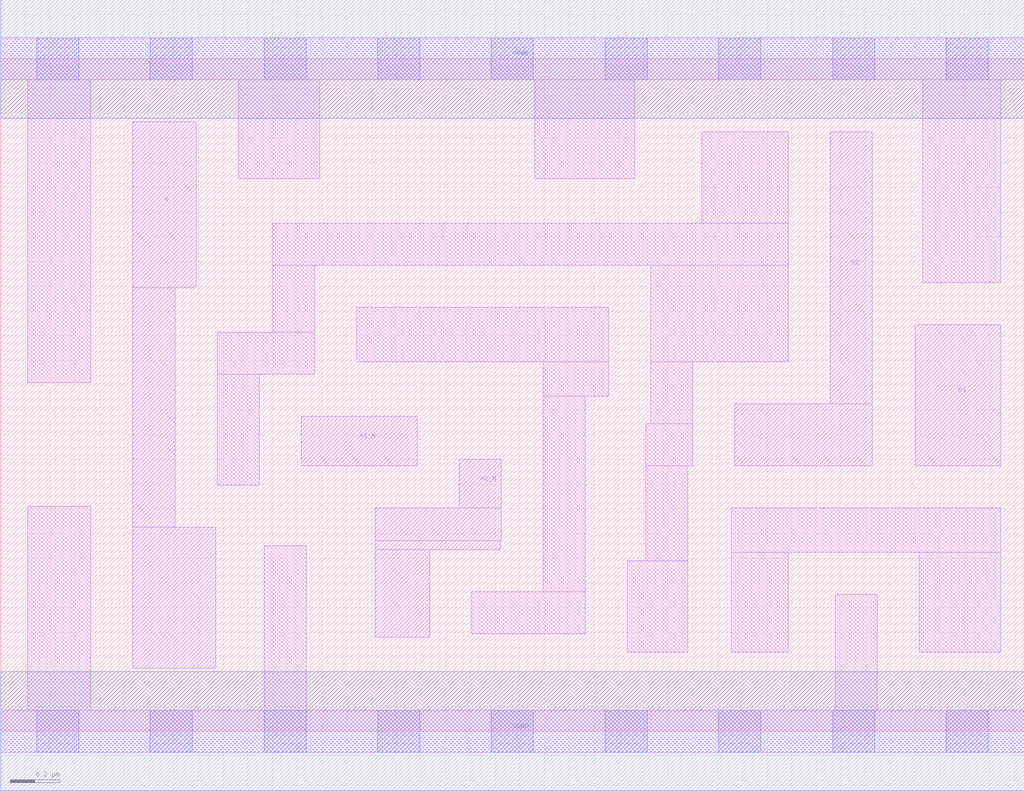
<source format=lef>
# Copyright 2020 The SkyWater PDK Authors
#
# Licensed under the Apache License, Version 2.0 (the "License");
# you may not use this file except in compliance with the License.
# You may obtain a copy of the License at
#
#     https://www.apache.org/licenses/LICENSE-2.0
#
# Unless required by applicable law or agreed to in writing, software
# distributed under the License is distributed on an "AS IS" BASIS,
# WITHOUT WARRANTIES OR CONDITIONS OF ANY KIND, either express or implied.
# See the License for the specific language governing permissions and
# limitations under the License.
#
# SPDX-License-Identifier: Apache-2.0

VERSION 5.7 ;
  NAMESCASESENSITIVE ON ;
  NOWIREEXTENSIONATPIN ON ;
  DIVIDERCHAR "/" ;
  BUSBITCHARS "[]" ;
UNITS
  DATABASE MICRONS 200 ;
END UNITS
MACRO sky130_fd_sc_hd__o2bb2a_2
  CLASS CORE ;
  SOURCE USER ;
  FOREIGN sky130_fd_sc_hd__o2bb2a_2 ;
  ORIGIN  0.000000  0.000000 ;
  SIZE  4.140000 BY  2.720000 ;
  SYMMETRY X Y R90 ;
  SITE unithd ;
  PIN A1_N
    ANTENNAGATEAREA  0.159000 ;
    DIRECTION INPUT ;
    USE SIGNAL ;
    PORT
      LAYER li1 ;
        RECT 1.215000 1.075000 1.685000 1.275000 ;
    END
  END A1_N
  PIN A2_N
    ANTENNAGATEAREA  0.159000 ;
    DIRECTION INPUT ;
    USE SIGNAL ;
    PORT
      LAYER li1 ;
        RECT 1.515000 0.380000 1.735000 0.735000 ;
        RECT 1.515000 0.735000 2.020000 0.770000 ;
        RECT 1.515000 0.770000 2.025000 0.905000 ;
        RECT 1.855000 0.905000 2.025000 1.100000 ;
    END
  END A2_N
  PIN B1
    ANTENNAGATEAREA  0.159000 ;
    DIRECTION INPUT ;
    USE SIGNAL ;
    PORT
      LAYER li1 ;
        RECT 3.700000 1.075000 4.045000 1.645000 ;
    END
  END B1
  PIN B2
    ANTENNAGATEAREA  0.159000 ;
    DIRECTION INPUT ;
    USE SIGNAL ;
    PORT
      LAYER li1 ;
        RECT 2.970000 1.075000 3.525000 1.325000 ;
        RECT 3.355000 1.325000 3.525000 2.425000 ;
    END
  END B2
  PIN X
    ANTENNADIFFAREA  0.445500 ;
    DIRECTION OUTPUT ;
    USE SIGNAL ;
    PORT
      LAYER li1 ;
        RECT 0.535000 0.255000 0.870000 0.825000 ;
        RECT 0.535000 0.825000 0.705000 1.795000 ;
        RECT 0.535000 1.795000 0.790000 2.465000 ;
    END
  END X
  PIN VGND
    DIRECTION INOUT ;
    SHAPE ABUTMENT ;
    USE GROUND ;
    PORT
      LAYER met1 ;
        RECT 0.000000 -0.240000 4.140000 0.240000 ;
    END
  END VGND
  PIN VPWR
    DIRECTION INOUT ;
    SHAPE ABUTMENT ;
    USE POWER ;
    PORT
      LAYER met1 ;
        RECT 0.000000 2.480000 4.140000 2.960000 ;
    END
  END VPWR
  OBS
    LAYER li1 ;
      RECT 0.000000 -0.085000 4.140000 0.085000 ;
      RECT 0.000000  2.635000 4.140000 2.805000 ;
      RECT 0.110000  0.085000 0.365000 0.910000 ;
      RECT 0.110000  1.410000 0.365000 2.635000 ;
      RECT 0.875000  0.995000 1.045000 1.445000 ;
      RECT 0.875000  1.445000 1.270000 1.615000 ;
      RECT 0.960000  2.235000 1.290000 2.635000 ;
      RECT 1.065000  0.085000 1.235000 0.750000 ;
      RECT 1.100000  1.615000 1.270000 1.885000 ;
      RECT 1.100000  1.885000 3.185000 2.055000 ;
      RECT 1.440000  1.495000 2.460000 1.715000 ;
      RECT 1.905000  0.395000 2.365000 0.565000 ;
      RECT 2.160000  2.235000 2.565000 2.635000 ;
      RECT 2.195000  0.565000 2.365000 1.355000 ;
      RECT 2.195000  1.355000 2.460000 1.495000 ;
      RECT 2.535000  0.320000 2.780000 0.690000 ;
      RECT 2.610000  0.690000 2.780000 1.075000 ;
      RECT 2.610000  1.075000 2.800000 1.245000 ;
      RECT 2.630000  1.245000 2.800000 1.495000 ;
      RECT 2.630000  1.495000 3.185000 1.885000 ;
      RECT 2.835000  2.055000 3.185000 2.425000 ;
      RECT 2.955000  0.320000 3.185000 0.725000 ;
      RECT 2.955000  0.725000 4.045000 0.905000 ;
      RECT 3.375000  0.085000 3.545000 0.555000 ;
      RECT 3.715000  0.320000 4.045000 0.725000 ;
      RECT 3.730000  1.815000 4.045000 2.635000 ;
    LAYER mcon ;
      RECT 0.145000 -0.085000 0.315000 0.085000 ;
      RECT 0.145000  2.635000 0.315000 2.805000 ;
      RECT 0.605000 -0.085000 0.775000 0.085000 ;
      RECT 0.605000  2.635000 0.775000 2.805000 ;
      RECT 1.065000 -0.085000 1.235000 0.085000 ;
      RECT 1.065000  2.635000 1.235000 2.805000 ;
      RECT 1.525000 -0.085000 1.695000 0.085000 ;
      RECT 1.525000  2.635000 1.695000 2.805000 ;
      RECT 1.985000 -0.085000 2.155000 0.085000 ;
      RECT 1.985000  2.635000 2.155000 2.805000 ;
      RECT 2.445000 -0.085000 2.615000 0.085000 ;
      RECT 2.445000  2.635000 2.615000 2.805000 ;
      RECT 2.905000 -0.085000 3.075000 0.085000 ;
      RECT 2.905000  2.635000 3.075000 2.805000 ;
      RECT 3.365000 -0.085000 3.535000 0.085000 ;
      RECT 3.365000  2.635000 3.535000 2.805000 ;
      RECT 3.825000 -0.085000 3.995000 0.085000 ;
      RECT 3.825000  2.635000 3.995000 2.805000 ;
  END
END sky130_fd_sc_hd__o2bb2a_2

</source>
